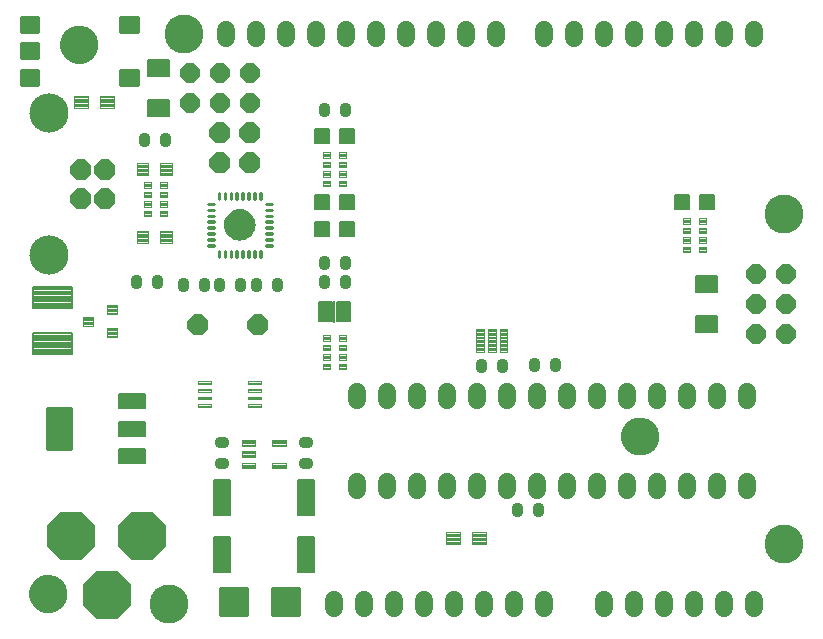
<source format=gts>
G04 EAGLE Gerber X2 export*
%TF.Part,Single*%
%TF.FileFunction,Soldermask,Top,1*%
%TF.FilePolarity,Negative*%
%TF.GenerationSoftware,Autodesk,EAGLE,9.0.1*%
%TF.CreationDate,2019-02-14T11:46:10Z*%
G75*
%MOMM*%
%FSLAX34Y34*%
%LPD*%
%AMOC8*
5,1,8,0,0,1.08239X$1,22.5*%
G01*
%ADD10C,3.301600*%
%ADD11C,1.524000*%
%ADD12P,1.787675X8X292.500000*%
%ADD13C,0.790587*%
%ADD14C,0.150159*%
%ADD15C,0.130159*%
%ADD16C,0.250159*%
%ADD17P,4.439531X8X202.500000*%
%ADD18P,4.439531X8X112.500000*%
%ADD19C,2.051600*%
%ADD20C,2.184400*%
%ADD21C,1.117600*%
%ADD22P,1.924489X8X292.500000*%
%ADD23C,3.317600*%
%ADD24C,0.132078*%
%ADD25C,0.230159*%
%ADD26C,0.200159*%
%ADD27C,0.112597*%
%ADD28C,0.264638*%
%ADD29P,1.787675X8X202.500000*%
%ADD30C,0.110000*%
%ADD31C,0.127000*%
%ADD32R,0.152400X1.828800*%
%ADD33C,0.110159*%
%ADD34P,1.924489X8X112.500000*%
%ADD35C,0.119272*%
%ADD36C,0.225238*%
%ADD37C,0.115500*%
%ADD38C,0.108900*%

G36*
X201651Y333571D02*
X201651Y333571D01*
X201694Y333583D01*
X201760Y333590D01*
X203898Y334163D01*
X203938Y334182D01*
X204002Y334201D01*
X206008Y335137D01*
X206045Y335162D01*
X206104Y335192D01*
X207917Y336462D01*
X207949Y336493D01*
X208002Y336533D01*
X209567Y338098D01*
X209593Y338135D01*
X209638Y338183D01*
X210908Y339996D01*
X210921Y340025D01*
X210939Y340046D01*
X210945Y340064D01*
X210963Y340092D01*
X211899Y342098D01*
X211910Y342141D01*
X211937Y342202D01*
X212510Y344341D01*
X212513Y344385D01*
X212529Y344449D01*
X212722Y346655D01*
X212718Y346699D01*
X212722Y346765D01*
X212529Y348971D01*
X212517Y349014D01*
X212510Y349080D01*
X211937Y351218D01*
X211918Y351258D01*
X211899Y351322D01*
X210963Y353328D01*
X210943Y353356D01*
X210935Y353376D01*
X210928Y353384D01*
X210908Y353424D01*
X209638Y355237D01*
X209607Y355269D01*
X209567Y355322D01*
X208002Y356887D01*
X207965Y356913D01*
X207917Y356958D01*
X206104Y358228D01*
X206063Y358247D01*
X206008Y358283D01*
X204002Y359219D01*
X203959Y359230D01*
X203898Y359257D01*
X201760Y359830D01*
X201715Y359833D01*
X201651Y359849D01*
X199445Y360042D01*
X199401Y360038D01*
X199335Y360042D01*
X197129Y359849D01*
X197086Y359837D01*
X197021Y359830D01*
X194882Y359257D01*
X194842Y359238D01*
X194778Y359219D01*
X192772Y358283D01*
X192735Y358258D01*
X192676Y358228D01*
X190863Y356958D01*
X190831Y356927D01*
X190778Y356887D01*
X189213Y355322D01*
X189187Y355285D01*
X189142Y355237D01*
X187872Y353424D01*
X187853Y353383D01*
X187834Y353354D01*
X187826Y353344D01*
X187824Y353339D01*
X187817Y353328D01*
X186881Y351322D01*
X186870Y351279D01*
X186843Y351218D01*
X186270Y349080D01*
X186267Y349035D01*
X186251Y348971D01*
X186058Y346765D01*
X186062Y346721D01*
X186058Y346655D01*
X186251Y344449D01*
X186263Y344406D01*
X186270Y344341D01*
X186843Y342202D01*
X186862Y342162D01*
X186881Y342098D01*
X187817Y340092D01*
X187842Y340055D01*
X187849Y340043D01*
X187860Y340014D01*
X187866Y340008D01*
X187872Y339996D01*
X189142Y338183D01*
X189173Y338151D01*
X189213Y338098D01*
X190778Y336533D01*
X190815Y336507D01*
X190863Y336462D01*
X192676Y335192D01*
X192717Y335173D01*
X192772Y335137D01*
X194778Y334201D01*
X194821Y334190D01*
X194882Y334163D01*
X197021Y333590D01*
X197065Y333587D01*
X197129Y333571D01*
X199335Y333378D01*
X199379Y333382D01*
X199445Y333378D01*
X201651Y333571D01*
G37*
D10*
X660400Y355600D03*
X660400Y76200D03*
X152400Y508000D03*
X139700Y25400D03*
D11*
X628650Y198374D02*
X628650Y205486D01*
X603250Y205486D02*
X603250Y198374D01*
X577850Y198374D02*
X577850Y205486D01*
X552450Y205486D02*
X552450Y198374D01*
X527050Y198374D02*
X527050Y205486D01*
X501650Y205486D02*
X501650Y198374D01*
X476250Y198374D02*
X476250Y205486D01*
X450850Y205486D02*
X450850Y198374D01*
X425450Y198374D02*
X425450Y205486D01*
X400050Y205486D02*
X400050Y198374D01*
X374650Y198374D02*
X374650Y205486D01*
X349250Y205486D02*
X349250Y198374D01*
X323850Y198374D02*
X323850Y205486D01*
X298450Y205486D02*
X298450Y198374D01*
X298450Y129286D02*
X298450Y122174D01*
X323850Y122174D02*
X323850Y129286D01*
X349250Y129286D02*
X349250Y122174D01*
X374650Y122174D02*
X374650Y129286D01*
X400050Y129286D02*
X400050Y122174D01*
X425450Y122174D02*
X425450Y129286D01*
X450850Y129286D02*
X450850Y122174D01*
X476250Y122174D02*
X476250Y129286D01*
X501650Y129286D02*
X501650Y122174D01*
X527050Y122174D02*
X527050Y129286D01*
X552450Y129286D02*
X552450Y122174D01*
X577850Y122174D02*
X577850Y129286D01*
X603250Y129286D02*
X603250Y122174D01*
X628650Y122174D02*
X628650Y129286D01*
D12*
X636270Y304800D03*
X661670Y304800D03*
X636270Y279400D03*
X661670Y279400D03*
X636270Y254000D03*
X661670Y254000D03*
D11*
X635000Y504444D02*
X635000Y511556D01*
X609600Y511556D02*
X609600Y504444D01*
X584200Y504444D02*
X584200Y511556D01*
X558800Y511556D02*
X558800Y504444D01*
X533400Y504444D02*
X533400Y511556D01*
X508000Y511556D02*
X508000Y504444D01*
X482600Y504444D02*
X482600Y511556D01*
X457200Y511556D02*
X457200Y504444D01*
X416560Y504444D02*
X416560Y511556D01*
X391160Y511556D02*
X391160Y504444D01*
X365760Y504444D02*
X365760Y511556D01*
X340360Y511556D02*
X340360Y504444D01*
X314960Y504444D02*
X314960Y511556D01*
X289560Y511556D02*
X289560Y504444D01*
X264160Y504444D02*
X264160Y511556D01*
X238760Y511556D02*
X238760Y504444D01*
X213360Y504444D02*
X213360Y511556D01*
X187960Y511556D02*
X187960Y504444D01*
X508000Y28956D02*
X508000Y21844D01*
X533400Y21844D02*
X533400Y28956D01*
X558800Y28956D02*
X558800Y21844D01*
X584200Y21844D02*
X584200Y28956D01*
X609600Y28956D02*
X609600Y21844D01*
X635000Y21844D02*
X635000Y28956D01*
D13*
X128552Y296454D02*
X128552Y300446D01*
X130528Y300446D01*
X130528Y296454D01*
X128552Y296454D01*
X110772Y296454D02*
X110772Y300446D01*
X112748Y300446D01*
X112748Y296454D01*
X110772Y296454D01*
D14*
X262027Y82197D02*
X262027Y52683D01*
X248513Y52683D01*
X248513Y82197D01*
X262027Y82197D01*
X262027Y54184D02*
X248513Y54184D01*
X248513Y55685D02*
X262027Y55685D01*
X262027Y57186D02*
X248513Y57186D01*
X248513Y58687D02*
X262027Y58687D01*
X262027Y60188D02*
X248513Y60188D01*
X248513Y61689D02*
X262027Y61689D01*
X262027Y63190D02*
X248513Y63190D01*
X248513Y64691D02*
X262027Y64691D01*
X262027Y66192D02*
X248513Y66192D01*
X248513Y67693D02*
X262027Y67693D01*
X262027Y69194D02*
X248513Y69194D01*
X248513Y70695D02*
X262027Y70695D01*
X262027Y72196D02*
X248513Y72196D01*
X248513Y73697D02*
X262027Y73697D01*
X262027Y75198D02*
X248513Y75198D01*
X248513Y76699D02*
X262027Y76699D01*
X262027Y78200D02*
X248513Y78200D01*
X248513Y79701D02*
X262027Y79701D01*
X262027Y81202D02*
X248513Y81202D01*
X262027Y100683D02*
X262027Y130197D01*
X262027Y100683D02*
X248513Y100683D01*
X248513Y130197D01*
X262027Y130197D01*
X262027Y102184D02*
X248513Y102184D01*
X248513Y103685D02*
X262027Y103685D01*
X262027Y105186D02*
X248513Y105186D01*
X248513Y106687D02*
X262027Y106687D01*
X262027Y108188D02*
X248513Y108188D01*
X248513Y109689D02*
X262027Y109689D01*
X262027Y111190D02*
X248513Y111190D01*
X248513Y112691D02*
X262027Y112691D01*
X262027Y114192D02*
X248513Y114192D01*
X248513Y115693D02*
X262027Y115693D01*
X262027Y117194D02*
X248513Y117194D01*
X248513Y118695D02*
X262027Y118695D01*
X262027Y120196D02*
X248513Y120196D01*
X248513Y121697D02*
X262027Y121697D01*
X262027Y123198D02*
X248513Y123198D01*
X248513Y124699D02*
X262027Y124699D01*
X262027Y126200D02*
X248513Y126200D01*
X248513Y127701D02*
X262027Y127701D01*
X262027Y129202D02*
X248513Y129202D01*
X190907Y82197D02*
X190907Y52683D01*
X177393Y52683D01*
X177393Y82197D01*
X190907Y82197D01*
X190907Y54184D02*
X177393Y54184D01*
X177393Y55685D02*
X190907Y55685D01*
X190907Y57186D02*
X177393Y57186D01*
X177393Y58687D02*
X190907Y58687D01*
X190907Y60188D02*
X177393Y60188D01*
X177393Y61689D02*
X190907Y61689D01*
X190907Y63190D02*
X177393Y63190D01*
X177393Y64691D02*
X190907Y64691D01*
X190907Y66192D02*
X177393Y66192D01*
X177393Y67693D02*
X190907Y67693D01*
X190907Y69194D02*
X177393Y69194D01*
X177393Y70695D02*
X190907Y70695D01*
X190907Y72196D02*
X177393Y72196D01*
X177393Y73697D02*
X190907Y73697D01*
X190907Y75198D02*
X177393Y75198D01*
X177393Y76699D02*
X190907Y76699D01*
X190907Y78200D02*
X177393Y78200D01*
X177393Y79701D02*
X190907Y79701D01*
X190907Y81202D02*
X177393Y81202D01*
X190907Y100683D02*
X190907Y130197D01*
X190907Y100683D02*
X177393Y100683D01*
X177393Y130197D01*
X190907Y130197D01*
X190907Y102184D02*
X177393Y102184D01*
X177393Y103685D02*
X190907Y103685D01*
X190907Y105186D02*
X177393Y105186D01*
X177393Y106687D02*
X190907Y106687D01*
X190907Y108188D02*
X177393Y108188D01*
X177393Y109689D02*
X190907Y109689D01*
X190907Y111190D02*
X177393Y111190D01*
X177393Y112691D02*
X190907Y112691D01*
X190907Y114192D02*
X177393Y114192D01*
X177393Y115693D02*
X190907Y115693D01*
X190907Y117194D02*
X177393Y117194D01*
X177393Y118695D02*
X190907Y118695D01*
X190907Y120196D02*
X177393Y120196D01*
X177393Y121697D02*
X190907Y121697D01*
X190907Y123198D02*
X177393Y123198D01*
X177393Y124699D02*
X190907Y124699D01*
X190907Y126200D02*
X177393Y126200D01*
X177393Y127701D02*
X190907Y127701D01*
X190907Y129202D02*
X177393Y129202D01*
D15*
X588843Y359903D02*
X588843Y371617D01*
X600557Y371617D01*
X600557Y359903D01*
X588843Y359903D01*
X588843Y361204D02*
X600557Y361204D01*
X600557Y362505D02*
X588843Y362505D01*
X588843Y363806D02*
X600557Y363806D01*
X600557Y365107D02*
X588843Y365107D01*
X588843Y366408D02*
X600557Y366408D01*
X600557Y367709D02*
X588843Y367709D01*
X588843Y369010D02*
X600557Y369010D01*
X600557Y370311D02*
X588843Y370311D01*
X588843Y371612D02*
X600557Y371612D01*
X567843Y371617D02*
X567843Y359903D01*
X567843Y371617D02*
X579557Y371617D01*
X579557Y359903D01*
X567843Y359903D01*
X567843Y361204D02*
X579557Y361204D01*
X579557Y362505D02*
X567843Y362505D01*
X567843Y363806D02*
X579557Y363806D01*
X579557Y365107D02*
X567843Y365107D01*
X567843Y366408D02*
X579557Y366408D01*
X579557Y367709D02*
X567843Y367709D01*
X567843Y369010D02*
X579557Y369010D01*
X579557Y370311D02*
X567843Y370311D01*
X567843Y371612D02*
X579557Y371612D01*
X274757Y348757D02*
X274757Y337043D01*
X263043Y337043D01*
X263043Y348757D01*
X274757Y348757D01*
X274757Y338344D02*
X263043Y338344D01*
X263043Y339645D02*
X274757Y339645D01*
X274757Y340946D02*
X263043Y340946D01*
X263043Y342247D02*
X274757Y342247D01*
X274757Y343548D02*
X263043Y343548D01*
X263043Y344849D02*
X274757Y344849D01*
X274757Y346150D02*
X263043Y346150D01*
X263043Y347451D02*
X274757Y347451D01*
X274757Y348752D02*
X263043Y348752D01*
X295757Y348757D02*
X295757Y337043D01*
X284043Y337043D01*
X284043Y348757D01*
X295757Y348757D01*
X295757Y338344D02*
X284043Y338344D01*
X284043Y339645D02*
X295757Y339645D01*
X295757Y340946D02*
X284043Y340946D01*
X284043Y342247D02*
X295757Y342247D01*
X295757Y343548D02*
X284043Y343548D01*
X284043Y344849D02*
X295757Y344849D01*
X295757Y346150D02*
X284043Y346150D01*
X284043Y347451D02*
X295757Y347451D01*
X295757Y348752D02*
X284043Y348752D01*
X274757Y359903D02*
X274757Y371617D01*
X274757Y359903D02*
X263043Y359903D01*
X263043Y371617D01*
X274757Y371617D01*
X274757Y361204D02*
X263043Y361204D01*
X263043Y362505D02*
X274757Y362505D01*
X274757Y363806D02*
X263043Y363806D01*
X263043Y365107D02*
X274757Y365107D01*
X274757Y366408D02*
X263043Y366408D01*
X263043Y367709D02*
X274757Y367709D01*
X274757Y369010D02*
X263043Y369010D01*
X263043Y370311D02*
X274757Y370311D01*
X274757Y371612D02*
X263043Y371612D01*
X295757Y371617D02*
X295757Y359903D01*
X284043Y359903D01*
X284043Y371617D01*
X295757Y371617D01*
X295757Y361204D02*
X284043Y361204D01*
X284043Y362505D02*
X295757Y362505D01*
X295757Y363806D02*
X284043Y363806D01*
X284043Y365107D02*
X295757Y365107D01*
X295757Y366408D02*
X284043Y366408D01*
X284043Y367709D02*
X295757Y367709D01*
X295757Y369010D02*
X284043Y369010D01*
X284043Y370311D02*
X295757Y370311D01*
X295757Y371612D02*
X284043Y371612D01*
D16*
X249157Y39197D02*
X226643Y39197D01*
X249157Y39197D02*
X249157Y16683D01*
X226643Y16683D01*
X226643Y39197D01*
X226643Y19184D02*
X249157Y19184D01*
X249157Y21685D02*
X226643Y21685D01*
X226643Y24186D02*
X249157Y24186D01*
X249157Y26687D02*
X226643Y26687D01*
X226643Y29188D02*
X249157Y29188D01*
X249157Y31689D02*
X226643Y31689D01*
X226643Y34190D02*
X249157Y34190D01*
X249157Y36691D02*
X226643Y36691D01*
X226643Y39192D02*
X249157Y39192D01*
X205157Y39197D02*
X182643Y39197D01*
X205157Y39197D02*
X205157Y16683D01*
X182643Y16683D01*
X182643Y39197D01*
X182643Y19184D02*
X205157Y19184D01*
X205157Y21685D02*
X182643Y21685D01*
X182643Y24186D02*
X205157Y24186D01*
X205157Y26687D02*
X182643Y26687D01*
X182643Y29188D02*
X205157Y29188D01*
X205157Y31689D02*
X182643Y31689D01*
X182643Y34190D02*
X205157Y34190D01*
X205157Y36691D02*
X182643Y36691D01*
X182643Y39192D02*
X205157Y39192D01*
D17*
X86868Y33020D03*
D18*
X116840Y83058D03*
X56896Y83058D03*
D19*
X94488Y33020D03*
X79248Y33020D03*
X56896Y75438D03*
X56896Y90678D03*
X116840Y75438D03*
X116840Y90678D03*
D20*
X58500Y499110D02*
X58502Y499251D01*
X58508Y499392D01*
X58518Y499532D01*
X58532Y499672D01*
X58550Y499812D01*
X58571Y499951D01*
X58597Y500090D01*
X58626Y500228D01*
X58660Y500364D01*
X58697Y500500D01*
X58738Y500635D01*
X58783Y500769D01*
X58832Y500901D01*
X58884Y501032D01*
X58940Y501161D01*
X59000Y501288D01*
X59063Y501414D01*
X59129Y501538D01*
X59200Y501661D01*
X59273Y501781D01*
X59350Y501899D01*
X59430Y502015D01*
X59514Y502128D01*
X59600Y502239D01*
X59690Y502348D01*
X59783Y502454D01*
X59878Y502557D01*
X59977Y502658D01*
X60078Y502756D01*
X60182Y502851D01*
X60289Y502943D01*
X60398Y503032D01*
X60510Y503117D01*
X60624Y503200D01*
X60740Y503280D01*
X60859Y503356D01*
X60980Y503428D01*
X61102Y503498D01*
X61227Y503563D01*
X61353Y503626D01*
X61481Y503684D01*
X61611Y503739D01*
X61742Y503791D01*
X61875Y503838D01*
X62009Y503882D01*
X62144Y503923D01*
X62280Y503959D01*
X62417Y503991D01*
X62555Y504020D01*
X62693Y504045D01*
X62833Y504065D01*
X62973Y504082D01*
X63113Y504095D01*
X63254Y504104D01*
X63394Y504109D01*
X63535Y504110D01*
X63676Y504107D01*
X63817Y504100D01*
X63957Y504089D01*
X64097Y504074D01*
X64237Y504055D01*
X64376Y504033D01*
X64514Y504006D01*
X64652Y503976D01*
X64788Y503941D01*
X64924Y503903D01*
X65058Y503861D01*
X65192Y503815D01*
X65324Y503766D01*
X65454Y503712D01*
X65583Y503655D01*
X65710Y503595D01*
X65836Y503531D01*
X65959Y503463D01*
X66081Y503392D01*
X66201Y503318D01*
X66318Y503240D01*
X66433Y503159D01*
X66546Y503075D01*
X66657Y502988D01*
X66765Y502897D01*
X66870Y502804D01*
X66973Y502707D01*
X67073Y502608D01*
X67170Y502506D01*
X67264Y502401D01*
X67355Y502294D01*
X67443Y502184D01*
X67528Y502072D01*
X67610Y501957D01*
X67689Y501840D01*
X67764Y501721D01*
X67836Y501600D01*
X67904Y501477D01*
X67969Y501352D01*
X68031Y501225D01*
X68088Y501096D01*
X68143Y500966D01*
X68193Y500835D01*
X68240Y500702D01*
X68283Y500568D01*
X68322Y500432D01*
X68357Y500296D01*
X68389Y500159D01*
X68416Y500021D01*
X68440Y499882D01*
X68460Y499742D01*
X68476Y499602D01*
X68488Y499462D01*
X68496Y499321D01*
X68500Y499180D01*
X68500Y499040D01*
X68496Y498899D01*
X68488Y498758D01*
X68476Y498618D01*
X68460Y498478D01*
X68440Y498338D01*
X68416Y498199D01*
X68389Y498061D01*
X68357Y497924D01*
X68322Y497788D01*
X68283Y497652D01*
X68240Y497518D01*
X68193Y497385D01*
X68143Y497254D01*
X68088Y497124D01*
X68031Y496995D01*
X67969Y496868D01*
X67904Y496743D01*
X67836Y496620D01*
X67764Y496499D01*
X67689Y496380D01*
X67610Y496263D01*
X67528Y496148D01*
X67443Y496036D01*
X67355Y495926D01*
X67264Y495819D01*
X67170Y495714D01*
X67073Y495612D01*
X66973Y495513D01*
X66870Y495416D01*
X66765Y495323D01*
X66657Y495232D01*
X66546Y495145D01*
X66433Y495061D01*
X66318Y494980D01*
X66201Y494902D01*
X66081Y494828D01*
X65959Y494757D01*
X65836Y494689D01*
X65710Y494625D01*
X65583Y494565D01*
X65454Y494508D01*
X65324Y494454D01*
X65192Y494405D01*
X65058Y494359D01*
X64924Y494317D01*
X64788Y494279D01*
X64652Y494244D01*
X64514Y494214D01*
X64376Y494187D01*
X64237Y494165D01*
X64097Y494146D01*
X63957Y494131D01*
X63817Y494120D01*
X63676Y494113D01*
X63535Y494110D01*
X63394Y494111D01*
X63254Y494116D01*
X63113Y494125D01*
X62973Y494138D01*
X62833Y494155D01*
X62693Y494175D01*
X62555Y494200D01*
X62417Y494229D01*
X62280Y494261D01*
X62144Y494297D01*
X62009Y494338D01*
X61875Y494382D01*
X61742Y494429D01*
X61611Y494481D01*
X61481Y494536D01*
X61353Y494594D01*
X61227Y494657D01*
X61102Y494722D01*
X60980Y494792D01*
X60859Y494864D01*
X60740Y494940D01*
X60624Y495020D01*
X60510Y495103D01*
X60398Y495188D01*
X60289Y495277D01*
X60182Y495369D01*
X60078Y495464D01*
X59977Y495562D01*
X59878Y495663D01*
X59783Y495766D01*
X59690Y495872D01*
X59600Y495981D01*
X59514Y496092D01*
X59430Y496205D01*
X59350Y496321D01*
X59273Y496439D01*
X59200Y496559D01*
X59129Y496682D01*
X59063Y496806D01*
X59000Y496932D01*
X58940Y497059D01*
X58884Y497188D01*
X58832Y497319D01*
X58783Y497451D01*
X58738Y497585D01*
X58697Y497720D01*
X58660Y497856D01*
X58626Y497992D01*
X58597Y498130D01*
X58571Y498269D01*
X58550Y498408D01*
X58532Y498548D01*
X58518Y498688D01*
X58508Y498828D01*
X58502Y498969D01*
X58500Y499110D01*
D21*
X63500Y499110D03*
D20*
X533400Y167410D02*
X533402Y167551D01*
X533408Y167692D01*
X533418Y167832D01*
X533432Y167972D01*
X533450Y168112D01*
X533471Y168251D01*
X533497Y168390D01*
X533526Y168528D01*
X533560Y168664D01*
X533597Y168800D01*
X533638Y168935D01*
X533683Y169069D01*
X533732Y169201D01*
X533784Y169332D01*
X533840Y169461D01*
X533900Y169588D01*
X533963Y169714D01*
X534029Y169838D01*
X534100Y169961D01*
X534173Y170081D01*
X534250Y170199D01*
X534330Y170315D01*
X534414Y170428D01*
X534500Y170539D01*
X534590Y170648D01*
X534683Y170754D01*
X534778Y170857D01*
X534877Y170958D01*
X534978Y171056D01*
X535082Y171151D01*
X535189Y171243D01*
X535298Y171332D01*
X535410Y171417D01*
X535524Y171500D01*
X535640Y171580D01*
X535759Y171656D01*
X535880Y171728D01*
X536002Y171798D01*
X536127Y171863D01*
X536253Y171926D01*
X536381Y171984D01*
X536511Y172039D01*
X536642Y172091D01*
X536775Y172138D01*
X536909Y172182D01*
X537044Y172223D01*
X537180Y172259D01*
X537317Y172291D01*
X537455Y172320D01*
X537593Y172345D01*
X537733Y172365D01*
X537873Y172382D01*
X538013Y172395D01*
X538154Y172404D01*
X538294Y172409D01*
X538435Y172410D01*
X538576Y172407D01*
X538717Y172400D01*
X538857Y172389D01*
X538997Y172374D01*
X539137Y172355D01*
X539276Y172333D01*
X539414Y172306D01*
X539552Y172276D01*
X539688Y172241D01*
X539824Y172203D01*
X539958Y172161D01*
X540092Y172115D01*
X540224Y172066D01*
X540354Y172012D01*
X540483Y171955D01*
X540610Y171895D01*
X540736Y171831D01*
X540859Y171763D01*
X540981Y171692D01*
X541101Y171618D01*
X541218Y171540D01*
X541333Y171459D01*
X541446Y171375D01*
X541557Y171288D01*
X541665Y171197D01*
X541770Y171104D01*
X541873Y171007D01*
X541973Y170908D01*
X542070Y170806D01*
X542164Y170701D01*
X542255Y170594D01*
X542343Y170484D01*
X542428Y170372D01*
X542510Y170257D01*
X542589Y170140D01*
X542664Y170021D01*
X542736Y169900D01*
X542804Y169777D01*
X542869Y169652D01*
X542931Y169525D01*
X542988Y169396D01*
X543043Y169266D01*
X543093Y169135D01*
X543140Y169002D01*
X543183Y168868D01*
X543222Y168732D01*
X543257Y168596D01*
X543289Y168459D01*
X543316Y168321D01*
X543340Y168182D01*
X543360Y168042D01*
X543376Y167902D01*
X543388Y167762D01*
X543396Y167621D01*
X543400Y167480D01*
X543400Y167340D01*
X543396Y167199D01*
X543388Y167058D01*
X543376Y166918D01*
X543360Y166778D01*
X543340Y166638D01*
X543316Y166499D01*
X543289Y166361D01*
X543257Y166224D01*
X543222Y166088D01*
X543183Y165952D01*
X543140Y165818D01*
X543093Y165685D01*
X543043Y165554D01*
X542988Y165424D01*
X542931Y165295D01*
X542869Y165168D01*
X542804Y165043D01*
X542736Y164920D01*
X542664Y164799D01*
X542589Y164680D01*
X542510Y164563D01*
X542428Y164448D01*
X542343Y164336D01*
X542255Y164226D01*
X542164Y164119D01*
X542070Y164014D01*
X541973Y163912D01*
X541873Y163813D01*
X541770Y163716D01*
X541665Y163623D01*
X541557Y163532D01*
X541446Y163445D01*
X541333Y163361D01*
X541218Y163280D01*
X541101Y163202D01*
X540981Y163128D01*
X540859Y163057D01*
X540736Y162989D01*
X540610Y162925D01*
X540483Y162865D01*
X540354Y162808D01*
X540224Y162754D01*
X540092Y162705D01*
X539958Y162659D01*
X539824Y162617D01*
X539688Y162579D01*
X539552Y162544D01*
X539414Y162514D01*
X539276Y162487D01*
X539137Y162465D01*
X538997Y162446D01*
X538857Y162431D01*
X538717Y162420D01*
X538576Y162413D01*
X538435Y162410D01*
X538294Y162411D01*
X538154Y162416D01*
X538013Y162425D01*
X537873Y162438D01*
X537733Y162455D01*
X537593Y162475D01*
X537455Y162500D01*
X537317Y162529D01*
X537180Y162561D01*
X537044Y162597D01*
X536909Y162638D01*
X536775Y162682D01*
X536642Y162729D01*
X536511Y162781D01*
X536381Y162836D01*
X536253Y162894D01*
X536127Y162957D01*
X536002Y163022D01*
X535880Y163092D01*
X535759Y163164D01*
X535640Y163240D01*
X535524Y163320D01*
X535410Y163403D01*
X535298Y163488D01*
X535189Y163577D01*
X535082Y163669D01*
X534978Y163764D01*
X534877Y163862D01*
X534778Y163963D01*
X534683Y164066D01*
X534590Y164172D01*
X534500Y164281D01*
X534414Y164392D01*
X534330Y164505D01*
X534250Y164621D01*
X534173Y164739D01*
X534100Y164859D01*
X534029Y164982D01*
X533963Y165106D01*
X533900Y165232D01*
X533840Y165359D01*
X533784Y165488D01*
X533732Y165619D01*
X533683Y165751D01*
X533638Y165885D01*
X533597Y166020D01*
X533560Y166156D01*
X533526Y166292D01*
X533497Y166430D01*
X533471Y166569D01*
X533450Y166708D01*
X533432Y166848D01*
X533418Y166988D01*
X533408Y167128D01*
X533402Y167269D01*
X533400Y167410D01*
D21*
X538400Y167410D03*
D20*
X32300Y34100D02*
X32302Y34241D01*
X32308Y34382D01*
X32318Y34522D01*
X32332Y34662D01*
X32350Y34802D01*
X32371Y34941D01*
X32397Y35080D01*
X32426Y35218D01*
X32460Y35354D01*
X32497Y35490D01*
X32538Y35625D01*
X32583Y35759D01*
X32632Y35891D01*
X32684Y36022D01*
X32740Y36151D01*
X32800Y36278D01*
X32863Y36404D01*
X32929Y36528D01*
X33000Y36651D01*
X33073Y36771D01*
X33150Y36889D01*
X33230Y37005D01*
X33314Y37118D01*
X33400Y37229D01*
X33490Y37338D01*
X33583Y37444D01*
X33678Y37547D01*
X33777Y37648D01*
X33878Y37746D01*
X33982Y37841D01*
X34089Y37933D01*
X34198Y38022D01*
X34310Y38107D01*
X34424Y38190D01*
X34540Y38270D01*
X34659Y38346D01*
X34780Y38418D01*
X34902Y38488D01*
X35027Y38553D01*
X35153Y38616D01*
X35281Y38674D01*
X35411Y38729D01*
X35542Y38781D01*
X35675Y38828D01*
X35809Y38872D01*
X35944Y38913D01*
X36080Y38949D01*
X36217Y38981D01*
X36355Y39010D01*
X36493Y39035D01*
X36633Y39055D01*
X36773Y39072D01*
X36913Y39085D01*
X37054Y39094D01*
X37194Y39099D01*
X37335Y39100D01*
X37476Y39097D01*
X37617Y39090D01*
X37757Y39079D01*
X37897Y39064D01*
X38037Y39045D01*
X38176Y39023D01*
X38314Y38996D01*
X38452Y38966D01*
X38588Y38931D01*
X38724Y38893D01*
X38858Y38851D01*
X38992Y38805D01*
X39124Y38756D01*
X39254Y38702D01*
X39383Y38645D01*
X39510Y38585D01*
X39636Y38521D01*
X39759Y38453D01*
X39881Y38382D01*
X40001Y38308D01*
X40118Y38230D01*
X40233Y38149D01*
X40346Y38065D01*
X40457Y37978D01*
X40565Y37887D01*
X40670Y37794D01*
X40773Y37697D01*
X40873Y37598D01*
X40970Y37496D01*
X41064Y37391D01*
X41155Y37284D01*
X41243Y37174D01*
X41328Y37062D01*
X41410Y36947D01*
X41489Y36830D01*
X41564Y36711D01*
X41636Y36590D01*
X41704Y36467D01*
X41769Y36342D01*
X41831Y36215D01*
X41888Y36086D01*
X41943Y35956D01*
X41993Y35825D01*
X42040Y35692D01*
X42083Y35558D01*
X42122Y35422D01*
X42157Y35286D01*
X42189Y35149D01*
X42216Y35011D01*
X42240Y34872D01*
X42260Y34732D01*
X42276Y34592D01*
X42288Y34452D01*
X42296Y34311D01*
X42300Y34170D01*
X42300Y34030D01*
X42296Y33889D01*
X42288Y33748D01*
X42276Y33608D01*
X42260Y33468D01*
X42240Y33328D01*
X42216Y33189D01*
X42189Y33051D01*
X42157Y32914D01*
X42122Y32778D01*
X42083Y32642D01*
X42040Y32508D01*
X41993Y32375D01*
X41943Y32244D01*
X41888Y32114D01*
X41831Y31985D01*
X41769Y31858D01*
X41704Y31733D01*
X41636Y31610D01*
X41564Y31489D01*
X41489Y31370D01*
X41410Y31253D01*
X41328Y31138D01*
X41243Y31026D01*
X41155Y30916D01*
X41064Y30809D01*
X40970Y30704D01*
X40873Y30602D01*
X40773Y30503D01*
X40670Y30406D01*
X40565Y30313D01*
X40457Y30222D01*
X40346Y30135D01*
X40233Y30051D01*
X40118Y29970D01*
X40001Y29892D01*
X39881Y29818D01*
X39759Y29747D01*
X39636Y29679D01*
X39510Y29615D01*
X39383Y29555D01*
X39254Y29498D01*
X39124Y29444D01*
X38992Y29395D01*
X38858Y29349D01*
X38724Y29307D01*
X38588Y29269D01*
X38452Y29234D01*
X38314Y29204D01*
X38176Y29177D01*
X38037Y29155D01*
X37897Y29136D01*
X37757Y29121D01*
X37617Y29110D01*
X37476Y29103D01*
X37335Y29100D01*
X37194Y29101D01*
X37054Y29106D01*
X36913Y29115D01*
X36773Y29128D01*
X36633Y29145D01*
X36493Y29165D01*
X36355Y29190D01*
X36217Y29219D01*
X36080Y29251D01*
X35944Y29287D01*
X35809Y29328D01*
X35675Y29372D01*
X35542Y29419D01*
X35411Y29471D01*
X35281Y29526D01*
X35153Y29584D01*
X35027Y29647D01*
X34902Y29712D01*
X34780Y29782D01*
X34659Y29854D01*
X34540Y29930D01*
X34424Y30010D01*
X34310Y30093D01*
X34198Y30178D01*
X34089Y30267D01*
X33982Y30359D01*
X33878Y30454D01*
X33777Y30552D01*
X33678Y30653D01*
X33583Y30756D01*
X33490Y30862D01*
X33400Y30971D01*
X33314Y31082D01*
X33230Y31195D01*
X33150Y31311D01*
X33073Y31429D01*
X33000Y31549D01*
X32929Y31672D01*
X32863Y31796D01*
X32800Y31922D01*
X32740Y32049D01*
X32684Y32178D01*
X32632Y32309D01*
X32583Y32441D01*
X32538Y32575D01*
X32497Y32710D01*
X32460Y32846D01*
X32426Y32982D01*
X32397Y33120D01*
X32371Y33259D01*
X32350Y33398D01*
X32332Y33538D01*
X32318Y33678D01*
X32308Y33818D01*
X32302Y33959D01*
X32300Y34100D01*
D21*
X37300Y34100D03*
D22*
X85200Y368500D03*
X85200Y393500D03*
X65200Y393500D03*
X65200Y368500D03*
D23*
X38100Y441000D03*
X38100Y321000D03*
D24*
X119482Y156820D02*
X119482Y144932D01*
X97434Y144932D01*
X97434Y156820D01*
X119482Y156820D01*
X119482Y146252D02*
X97434Y146252D01*
X97434Y147572D02*
X119482Y147572D01*
X119482Y148892D02*
X97434Y148892D01*
X97434Y150212D02*
X119482Y150212D01*
X119482Y151532D02*
X97434Y151532D01*
X97434Y152852D02*
X119482Y152852D01*
X119482Y154172D02*
X97434Y154172D01*
X97434Y155492D02*
X119482Y155492D01*
X119482Y156812D02*
X97434Y156812D01*
X119482Y168046D02*
X119482Y179934D01*
X119482Y168046D02*
X97434Y168046D01*
X97434Y179934D01*
X119482Y179934D01*
X119482Y169366D02*
X97434Y169366D01*
X97434Y170686D02*
X119482Y170686D01*
X119482Y172006D02*
X97434Y172006D01*
X97434Y173326D02*
X119482Y173326D01*
X119482Y174646D02*
X97434Y174646D01*
X97434Y175966D02*
X119482Y175966D01*
X119482Y177286D02*
X97434Y177286D01*
X97434Y178606D02*
X119482Y178606D01*
X119482Y179926D02*
X97434Y179926D01*
X119482Y191160D02*
X119482Y203048D01*
X119482Y191160D02*
X97434Y191160D01*
X97434Y203048D01*
X119482Y203048D01*
X119482Y192480D02*
X97434Y192480D01*
X97434Y193800D02*
X119482Y193800D01*
X119482Y195120D02*
X97434Y195120D01*
X97434Y196440D02*
X119482Y196440D01*
X119482Y197760D02*
X97434Y197760D01*
X97434Y199080D02*
X119482Y199080D01*
X119482Y200400D02*
X97434Y200400D01*
X97434Y201720D02*
X119482Y201720D01*
X119482Y203040D02*
X97434Y203040D01*
D25*
X56837Y191347D02*
X56837Y156633D01*
X36123Y156633D01*
X36123Y191347D01*
X56837Y191347D01*
X56837Y158934D02*
X36123Y158934D01*
X36123Y161235D02*
X56837Y161235D01*
X56837Y163536D02*
X36123Y163536D01*
X36123Y165837D02*
X56837Y165837D01*
X56837Y168138D02*
X36123Y168138D01*
X36123Y170439D02*
X56837Y170439D01*
X56837Y172740D02*
X36123Y172740D01*
X36123Y175041D02*
X56837Y175041D01*
X56837Y177342D02*
X36123Y177342D01*
X36123Y179643D02*
X56837Y179643D01*
X56837Y181944D02*
X36123Y181944D01*
X36123Y184245D02*
X56837Y184245D01*
X56837Y186546D02*
X36123Y186546D01*
X36123Y188847D02*
X56837Y188847D01*
X56837Y191148D02*
X36123Y191148D01*
D13*
X287302Y442504D02*
X287302Y446496D01*
X289278Y446496D01*
X289278Y442504D01*
X287302Y442504D01*
X269522Y442504D02*
X269522Y446496D01*
X271498Y446496D01*
X271498Y442504D01*
X269522Y442504D01*
D26*
X57147Y254937D02*
X57147Y236923D01*
X24133Y236923D01*
X24133Y254937D01*
X57147Y254937D01*
X57147Y238924D02*
X24133Y238924D01*
X24133Y240925D02*
X57147Y240925D01*
X57147Y242926D02*
X24133Y242926D01*
X24133Y244927D02*
X57147Y244927D01*
X57147Y246928D02*
X24133Y246928D01*
X24133Y248929D02*
X57147Y248929D01*
X57147Y250930D02*
X24133Y250930D01*
X24133Y252931D02*
X57147Y252931D01*
X57147Y254932D02*
X24133Y254932D01*
X57147Y275923D02*
X57147Y293937D01*
X57147Y275923D02*
X24133Y275923D01*
X24133Y293937D01*
X57147Y293937D01*
X57147Y277924D02*
X24133Y277924D01*
X24133Y279925D02*
X57147Y279925D01*
X57147Y281926D02*
X24133Y281926D01*
X24133Y283927D02*
X57147Y283927D01*
X57147Y285928D02*
X24133Y285928D01*
X24133Y287929D02*
X57147Y287929D01*
X57147Y289930D02*
X24133Y289930D01*
X24133Y291931D02*
X57147Y291931D01*
X57147Y293932D02*
X24133Y293932D01*
D13*
X271498Y312964D02*
X271498Y316956D01*
X271498Y312964D02*
X269522Y312964D01*
X269522Y316956D01*
X271498Y316956D01*
X289278Y316956D02*
X289278Y312964D01*
X287302Y312964D01*
X287302Y316956D01*
X289278Y316956D01*
D15*
X284043Y415783D02*
X284043Y427497D01*
X295757Y427497D01*
X295757Y415783D01*
X284043Y415783D01*
X284043Y417084D02*
X295757Y417084D01*
X295757Y418385D02*
X284043Y418385D01*
X284043Y419686D02*
X295757Y419686D01*
X295757Y420987D02*
X284043Y420987D01*
X284043Y422288D02*
X295757Y422288D01*
X295757Y423589D02*
X284043Y423589D01*
X284043Y424890D02*
X295757Y424890D01*
X295757Y426191D02*
X284043Y426191D01*
X284043Y427492D02*
X295757Y427492D01*
X263043Y427497D02*
X263043Y415783D01*
X263043Y427497D02*
X274757Y427497D01*
X274757Y415783D01*
X263043Y415783D01*
X263043Y417084D02*
X274757Y417084D01*
X274757Y418385D02*
X263043Y418385D01*
X263043Y419686D02*
X274757Y419686D01*
X274757Y420987D02*
X263043Y420987D01*
X263043Y422288D02*
X274757Y422288D01*
X274757Y423589D02*
X263043Y423589D01*
X263043Y424890D02*
X274757Y424890D01*
X274757Y426191D02*
X263043Y426191D01*
X263043Y427492D02*
X274757Y427492D01*
D27*
X87165Y259291D02*
X87165Y251757D01*
X87165Y259291D02*
X95715Y259291D01*
X95715Y251757D01*
X87165Y251757D01*
X87165Y252882D02*
X95715Y252882D01*
X95715Y254007D02*
X87165Y254007D01*
X87165Y255132D02*
X95715Y255132D01*
X95715Y256257D02*
X87165Y256257D01*
X87165Y257382D02*
X95715Y257382D01*
X95715Y258507D02*
X87165Y258507D01*
X87165Y271061D02*
X87165Y278595D01*
X95715Y278595D01*
X95715Y271061D01*
X87165Y271061D01*
X87165Y272186D02*
X95715Y272186D01*
X95715Y273311D02*
X87165Y273311D01*
X87165Y274436D02*
X95715Y274436D01*
X95715Y275561D02*
X87165Y275561D01*
X87165Y276686D02*
X95715Y276686D01*
X95715Y277811D02*
X87165Y277811D01*
X66845Y268943D02*
X66845Y261409D01*
X66845Y268943D02*
X75395Y268943D01*
X75395Y261409D01*
X66845Y261409D01*
X66845Y262534D02*
X75395Y262534D01*
X75395Y263659D02*
X66845Y263659D01*
X66845Y264784D02*
X75395Y264784D01*
X75395Y265909D02*
X66845Y265909D01*
X66845Y267034D02*
X75395Y267034D01*
X75395Y268159D02*
X66845Y268159D01*
D13*
X182154Y161572D02*
X186146Y161572D01*
X182154Y161572D02*
X182154Y163548D01*
X186146Y163548D01*
X186146Y161572D01*
X186146Y143792D02*
X182154Y143792D01*
X182154Y145768D01*
X186146Y145768D01*
X186146Y143792D01*
D28*
X182221Y324641D02*
X181559Y324641D01*
X182221Y324641D02*
X182221Y319779D01*
X181559Y319779D01*
X181559Y324641D01*
X181559Y322424D02*
X182221Y322424D01*
X186559Y324641D02*
X187221Y324641D01*
X187221Y319779D01*
X186559Y319779D01*
X186559Y324641D01*
X186559Y322424D02*
X187221Y322424D01*
X191559Y324641D02*
X192221Y324641D01*
X192221Y319779D01*
X191559Y319779D01*
X191559Y324641D01*
X191559Y322424D02*
X192221Y322424D01*
X196559Y324641D02*
X197221Y324641D01*
X197221Y319779D01*
X196559Y319779D01*
X196559Y324641D01*
X196559Y322424D02*
X197221Y322424D01*
X201559Y324641D02*
X202221Y324641D01*
X202221Y319779D01*
X201559Y319779D01*
X201559Y324641D01*
X201559Y322424D02*
X202221Y322424D01*
X206559Y324641D02*
X207221Y324641D01*
X207221Y319779D01*
X206559Y319779D01*
X206559Y324641D01*
X206559Y322424D02*
X207221Y322424D01*
X211559Y324641D02*
X212221Y324641D01*
X212221Y319779D01*
X211559Y319779D01*
X211559Y324641D01*
X211559Y322424D02*
X212221Y322424D01*
X216559Y324641D02*
X217221Y324641D01*
X217221Y319779D01*
X216559Y319779D01*
X216559Y324641D01*
X216559Y322424D02*
X217221Y322424D01*
X221459Y328879D02*
X221459Y329541D01*
X226321Y329541D01*
X226321Y328879D01*
X221459Y328879D01*
X221459Y333879D02*
X221459Y334541D01*
X226321Y334541D01*
X226321Y333879D01*
X221459Y333879D01*
X221459Y338879D02*
X221459Y339541D01*
X226321Y339541D01*
X226321Y338879D01*
X221459Y338879D01*
X221459Y343879D02*
X221459Y344541D01*
X226321Y344541D01*
X226321Y343879D01*
X221459Y343879D01*
X221459Y348879D02*
X221459Y349541D01*
X226321Y349541D01*
X226321Y348879D01*
X221459Y348879D01*
X221459Y353879D02*
X221459Y354541D01*
X226321Y354541D01*
X226321Y353879D01*
X221459Y353879D01*
X221459Y358879D02*
X221459Y359541D01*
X226321Y359541D01*
X226321Y358879D01*
X221459Y358879D01*
X221459Y363879D02*
X221459Y364541D01*
X226321Y364541D01*
X226321Y363879D01*
X221459Y363879D01*
X217221Y373641D02*
X216559Y373641D01*
X217221Y373641D02*
X217221Y368779D01*
X216559Y368779D01*
X216559Y373641D01*
X216559Y371424D02*
X217221Y371424D01*
X212221Y373641D02*
X211559Y373641D01*
X212221Y373641D02*
X212221Y368779D01*
X211559Y368779D01*
X211559Y373641D01*
X211559Y371424D02*
X212221Y371424D01*
X207221Y373641D02*
X206559Y373641D01*
X207221Y373641D02*
X207221Y368779D01*
X206559Y368779D01*
X206559Y373641D01*
X206559Y371424D02*
X207221Y371424D01*
X202221Y373641D02*
X201559Y373641D01*
X202221Y373641D02*
X202221Y368779D01*
X201559Y368779D01*
X201559Y373641D01*
X201559Y371424D02*
X202221Y371424D01*
X197221Y373641D02*
X196559Y373641D01*
X197221Y373641D02*
X197221Y368779D01*
X196559Y368779D01*
X196559Y373641D01*
X196559Y371424D02*
X197221Y371424D01*
X192221Y373641D02*
X191559Y373641D01*
X192221Y373641D02*
X192221Y368779D01*
X191559Y368779D01*
X191559Y373641D01*
X191559Y371424D02*
X192221Y371424D01*
X187221Y373641D02*
X186559Y373641D01*
X187221Y373641D02*
X187221Y368779D01*
X186559Y368779D01*
X186559Y373641D01*
X186559Y371424D02*
X187221Y371424D01*
X182221Y373641D02*
X181559Y373641D01*
X182221Y373641D02*
X182221Y368779D01*
X181559Y368779D01*
X181559Y373641D01*
X181559Y371424D02*
X182221Y371424D01*
X172459Y364541D02*
X172459Y363879D01*
X172459Y364541D02*
X177321Y364541D01*
X177321Y363879D01*
X172459Y363879D01*
X172459Y359541D02*
X172459Y358879D01*
X172459Y359541D02*
X177321Y359541D01*
X177321Y358879D01*
X172459Y358879D01*
X172459Y354541D02*
X172459Y353879D01*
X172459Y354541D02*
X177321Y354541D01*
X177321Y353879D01*
X172459Y353879D01*
X172459Y349541D02*
X172459Y348879D01*
X172459Y349541D02*
X177321Y349541D01*
X177321Y348879D01*
X172459Y348879D01*
X172459Y344541D02*
X172459Y343879D01*
X172459Y344541D02*
X177321Y344541D01*
X177321Y343879D01*
X172459Y343879D01*
X172459Y339541D02*
X172459Y338879D01*
X172459Y339541D02*
X177321Y339541D01*
X177321Y338879D01*
X172459Y338879D01*
X172459Y334541D02*
X172459Y333879D01*
X172459Y334541D02*
X177321Y334541D01*
X177321Y333879D01*
X172459Y333879D01*
X172459Y329541D02*
X172459Y328879D01*
X172459Y329541D02*
X177321Y329541D01*
X177321Y328879D01*
X172459Y328879D01*
D13*
X271498Y300446D02*
X271498Y296454D01*
X269522Y296454D01*
X269522Y300446D01*
X271498Y300446D01*
X289278Y300446D02*
X289278Y296454D01*
X287302Y296454D01*
X287302Y300446D01*
X289278Y300446D01*
D29*
X208280Y474980D03*
X208280Y449580D03*
X182880Y474980D03*
X182880Y449580D03*
X157480Y474980D03*
X157480Y449580D03*
D30*
X141950Y398650D02*
X132050Y398650D01*
X141950Y398650D02*
X141950Y388750D01*
X132050Y388750D01*
X132050Y398650D01*
X132050Y389849D02*
X141950Y389849D01*
X141950Y390948D02*
X132050Y390948D01*
X132050Y392047D02*
X141950Y392047D01*
X141950Y393146D02*
X132050Y393146D01*
X132050Y394245D02*
X141950Y394245D01*
X141950Y395344D02*
X132050Y395344D01*
X132050Y396443D02*
X141950Y396443D01*
X141950Y397542D02*
X132050Y397542D01*
X132050Y398641D02*
X141950Y398641D01*
X121950Y398650D02*
X112050Y398650D01*
X121950Y398650D02*
X121950Y388750D01*
X112050Y388750D01*
X112050Y398650D01*
X112050Y389849D02*
X121950Y389849D01*
X121950Y390948D02*
X112050Y390948D01*
X112050Y392047D02*
X121950Y392047D01*
X121950Y393146D02*
X112050Y393146D01*
X112050Y394245D02*
X121950Y394245D01*
X121950Y395344D02*
X112050Y395344D01*
X112050Y396443D02*
X121950Y396443D01*
X121950Y397542D02*
X112050Y397542D01*
X112050Y398641D02*
X121950Y398641D01*
X132050Y341500D02*
X141950Y341500D01*
X141950Y331600D01*
X132050Y331600D01*
X132050Y341500D01*
X132050Y332699D02*
X141950Y332699D01*
X141950Y333798D02*
X132050Y333798D01*
X132050Y334897D02*
X141950Y334897D01*
X141950Y335996D02*
X132050Y335996D01*
X132050Y337095D02*
X141950Y337095D01*
X141950Y338194D02*
X132050Y338194D01*
X132050Y339293D02*
X141950Y339293D01*
X141950Y340392D02*
X132050Y340392D01*
X132050Y341491D02*
X141950Y341491D01*
X121950Y341500D02*
X112050Y341500D01*
X121950Y341500D02*
X121950Y331600D01*
X112050Y331600D01*
X112050Y341500D01*
X112050Y332699D02*
X121950Y332699D01*
X121950Y333798D02*
X112050Y333798D01*
X112050Y334897D02*
X121950Y334897D01*
X121950Y335996D02*
X112050Y335996D01*
X112050Y337095D02*
X121950Y337095D01*
X121950Y338194D02*
X112050Y338194D01*
X112050Y339293D02*
X121950Y339293D01*
X121950Y340392D02*
X112050Y340392D01*
X112050Y341491D02*
X121950Y341491D01*
X93150Y455800D02*
X81250Y455800D01*
X93150Y455800D02*
X93150Y445900D01*
X81250Y445900D01*
X81250Y455800D01*
X81250Y446999D02*
X93150Y446999D01*
X93150Y448098D02*
X81250Y448098D01*
X81250Y449197D02*
X93150Y449197D01*
X93150Y450296D02*
X81250Y450296D01*
X81250Y451395D02*
X93150Y451395D01*
X93150Y452494D02*
X81250Y452494D01*
X81250Y453593D02*
X93150Y453593D01*
X93150Y454692D02*
X81250Y454692D01*
X81250Y455791D02*
X93150Y455791D01*
X71150Y455800D02*
X59250Y455800D01*
X71150Y455800D02*
X71150Y445900D01*
X59250Y445900D01*
X59250Y455800D01*
X59250Y446999D02*
X71150Y446999D01*
X71150Y448098D02*
X59250Y448098D01*
X59250Y449197D02*
X71150Y449197D01*
X71150Y450296D02*
X59250Y450296D01*
X59250Y451395D02*
X71150Y451395D01*
X71150Y452494D02*
X59250Y452494D01*
X59250Y453593D02*
X71150Y453593D01*
X71150Y454692D02*
X59250Y454692D01*
X59250Y455791D02*
X71150Y455791D01*
D31*
X266065Y265176D02*
X277495Y265176D01*
X266065Y265176D02*
X266065Y280924D01*
X277495Y280924D01*
X277495Y265176D01*
X277495Y266445D02*
X266065Y266445D01*
X266065Y267714D02*
X277495Y267714D01*
X277495Y268983D02*
X266065Y268983D01*
X266065Y270252D02*
X277495Y270252D01*
X277495Y271521D02*
X266065Y271521D01*
X266065Y272790D02*
X277495Y272790D01*
X277495Y274059D02*
X266065Y274059D01*
X266065Y275328D02*
X277495Y275328D01*
X277495Y276597D02*
X266065Y276597D01*
X266065Y277866D02*
X277495Y277866D01*
X277495Y279135D02*
X266065Y279135D01*
X266065Y280404D02*
X277495Y280404D01*
X281305Y265176D02*
X292735Y265176D01*
X281305Y265176D02*
X281305Y280924D01*
X292735Y280924D01*
X292735Y265176D01*
X292735Y266445D02*
X281305Y266445D01*
X281305Y267714D02*
X292735Y267714D01*
X292735Y268983D02*
X281305Y268983D01*
X281305Y270252D02*
X292735Y270252D01*
X292735Y271521D02*
X281305Y271521D01*
X281305Y272790D02*
X292735Y272790D01*
X292735Y274059D02*
X281305Y274059D01*
X281305Y275328D02*
X292735Y275328D01*
X292735Y276597D02*
X281305Y276597D01*
X281305Y277866D02*
X292735Y277866D01*
X292735Y279135D02*
X281305Y279135D01*
X281305Y280404D02*
X292735Y280404D01*
D32*
X279400Y273050D03*
D13*
X420652Y229326D02*
X422628Y229326D01*
X422628Y225334D01*
X420652Y225334D01*
X420652Y229326D01*
X404848Y229326D02*
X402872Y229326D01*
X404848Y229326D02*
X404848Y225334D01*
X402872Y225334D01*
X402872Y229326D01*
D33*
X269697Y403497D02*
X269697Y407903D01*
X275603Y407903D01*
X275603Y403497D01*
X269697Y403497D01*
X269697Y404598D02*
X275603Y404598D01*
X275603Y405699D02*
X269697Y405699D01*
X269697Y406800D02*
X275603Y406800D01*
X275603Y407901D02*
X269697Y407901D01*
X269697Y399903D02*
X269697Y395497D01*
X269697Y399903D02*
X275603Y399903D01*
X275603Y395497D01*
X269697Y395497D01*
X269697Y396598D02*
X275603Y396598D01*
X275603Y397699D02*
X269697Y397699D01*
X269697Y398800D02*
X275603Y398800D01*
X275603Y399901D02*
X269697Y399901D01*
X269697Y391903D02*
X269697Y387497D01*
X269697Y391903D02*
X275603Y391903D01*
X275603Y387497D01*
X269697Y387497D01*
X269697Y388598D02*
X275603Y388598D01*
X275603Y389699D02*
X269697Y389699D01*
X269697Y390800D02*
X275603Y390800D01*
X275603Y391901D02*
X269697Y391901D01*
X269697Y383903D02*
X269697Y379497D01*
X269697Y383903D02*
X275603Y383903D01*
X275603Y379497D01*
X269697Y379497D01*
X269697Y380598D02*
X275603Y380598D01*
X275603Y381699D02*
X269697Y381699D01*
X269697Y382800D02*
X275603Y382800D01*
X275603Y383901D02*
X269697Y383901D01*
X283197Y383903D02*
X283197Y379497D01*
X283197Y383903D02*
X289103Y383903D01*
X289103Y379497D01*
X283197Y379497D01*
X283197Y380598D02*
X289103Y380598D01*
X289103Y381699D02*
X283197Y381699D01*
X283197Y382800D02*
X289103Y382800D01*
X289103Y383901D02*
X283197Y383901D01*
X283197Y387497D02*
X283197Y391903D01*
X289103Y391903D01*
X289103Y387497D01*
X283197Y387497D01*
X283197Y388598D02*
X289103Y388598D01*
X289103Y389699D02*
X283197Y389699D01*
X283197Y390800D02*
X289103Y390800D01*
X289103Y391901D02*
X283197Y391901D01*
X283197Y395497D02*
X283197Y399903D01*
X289103Y399903D01*
X289103Y395497D01*
X283197Y395497D01*
X283197Y396598D02*
X289103Y396598D01*
X289103Y397699D02*
X283197Y397699D01*
X283197Y398800D02*
X289103Y398800D01*
X289103Y399901D02*
X283197Y399901D01*
X283197Y403497D02*
X283197Y407903D01*
X289103Y407903D01*
X289103Y403497D01*
X283197Y403497D01*
X283197Y404598D02*
X289103Y404598D01*
X289103Y405699D02*
X283197Y405699D01*
X283197Y406800D02*
X289103Y406800D01*
X289103Y407901D02*
X283197Y407901D01*
X289103Y228963D02*
X289103Y224557D01*
X283197Y224557D01*
X283197Y228963D01*
X289103Y228963D01*
X289103Y225658D02*
X283197Y225658D01*
X283197Y226759D02*
X289103Y226759D01*
X289103Y227860D02*
X283197Y227860D01*
X283197Y228961D02*
X289103Y228961D01*
X289103Y232557D02*
X289103Y236963D01*
X289103Y232557D02*
X283197Y232557D01*
X283197Y236963D01*
X289103Y236963D01*
X289103Y233658D02*
X283197Y233658D01*
X283197Y234759D02*
X289103Y234759D01*
X289103Y235860D02*
X283197Y235860D01*
X283197Y236961D02*
X289103Y236961D01*
X289103Y240557D02*
X289103Y244963D01*
X289103Y240557D02*
X283197Y240557D01*
X283197Y244963D01*
X289103Y244963D01*
X289103Y241658D02*
X283197Y241658D01*
X283197Y242759D02*
X289103Y242759D01*
X289103Y243860D02*
X283197Y243860D01*
X283197Y244961D02*
X289103Y244961D01*
X289103Y248557D02*
X289103Y252963D01*
X289103Y248557D02*
X283197Y248557D01*
X283197Y252963D01*
X289103Y252963D01*
X289103Y249658D02*
X283197Y249658D01*
X283197Y250759D02*
X289103Y250759D01*
X289103Y251860D02*
X283197Y251860D01*
X283197Y252961D02*
X289103Y252961D01*
X275603Y252963D02*
X275603Y248557D01*
X269697Y248557D01*
X269697Y252963D01*
X275603Y252963D01*
X275603Y249658D02*
X269697Y249658D01*
X269697Y250759D02*
X275603Y250759D01*
X275603Y251860D02*
X269697Y251860D01*
X269697Y252961D02*
X275603Y252961D01*
X275603Y244963D02*
X275603Y240557D01*
X269697Y240557D01*
X269697Y244963D01*
X275603Y244963D01*
X275603Y241658D02*
X269697Y241658D01*
X269697Y242759D02*
X275603Y242759D01*
X275603Y243860D02*
X269697Y243860D01*
X269697Y244961D02*
X275603Y244961D01*
X275603Y236963D02*
X275603Y232557D01*
X269697Y232557D01*
X269697Y236963D01*
X275603Y236963D01*
X275603Y233658D02*
X269697Y233658D01*
X269697Y234759D02*
X275603Y234759D01*
X275603Y235860D02*
X269697Y235860D01*
X269697Y236961D02*
X275603Y236961D01*
X275603Y228963D02*
X275603Y224557D01*
X269697Y224557D01*
X269697Y228963D01*
X275603Y228963D01*
X275603Y225658D02*
X269697Y225658D01*
X269697Y226759D02*
X275603Y226759D01*
X275603Y227860D02*
X269697Y227860D01*
X269697Y228961D02*
X275603Y228961D01*
D13*
X449298Y230596D02*
X449298Y226604D01*
X447322Y226604D01*
X447322Y230596D01*
X449298Y230596D01*
X467078Y230596D02*
X467078Y226604D01*
X465102Y226604D01*
X465102Y230596D01*
X467078Y230596D01*
X134902Y417104D02*
X134902Y421096D01*
X136878Y421096D01*
X136878Y417104D01*
X134902Y417104D01*
X117122Y417104D02*
X117122Y421096D01*
X119098Y421096D01*
X119098Y417104D01*
X117122Y417104D01*
D33*
X593903Y328023D02*
X593903Y323617D01*
X587997Y323617D01*
X587997Y328023D01*
X593903Y328023D01*
X593903Y324718D02*
X587997Y324718D01*
X587997Y325819D02*
X593903Y325819D01*
X593903Y326920D02*
X587997Y326920D01*
X587997Y328021D02*
X593903Y328021D01*
X593903Y331617D02*
X593903Y336023D01*
X593903Y331617D02*
X587997Y331617D01*
X587997Y336023D01*
X593903Y336023D01*
X593903Y332718D02*
X587997Y332718D01*
X587997Y333819D02*
X593903Y333819D01*
X593903Y334920D02*
X587997Y334920D01*
X587997Y336021D02*
X593903Y336021D01*
X593903Y339617D02*
X593903Y344023D01*
X593903Y339617D02*
X587997Y339617D01*
X587997Y344023D01*
X593903Y344023D01*
X593903Y340718D02*
X587997Y340718D01*
X587997Y341819D02*
X593903Y341819D01*
X593903Y342920D02*
X587997Y342920D01*
X587997Y344021D02*
X593903Y344021D01*
X593903Y347617D02*
X593903Y352023D01*
X593903Y347617D02*
X587997Y347617D01*
X587997Y352023D01*
X593903Y352023D01*
X593903Y348718D02*
X587997Y348718D01*
X587997Y349819D02*
X593903Y349819D01*
X593903Y350920D02*
X587997Y350920D01*
X587997Y352021D02*
X593903Y352021D01*
X580403Y352023D02*
X580403Y347617D01*
X574497Y347617D01*
X574497Y352023D01*
X580403Y352023D01*
X580403Y348718D02*
X574497Y348718D01*
X574497Y349819D02*
X580403Y349819D01*
X580403Y350920D02*
X574497Y350920D01*
X574497Y352021D02*
X580403Y352021D01*
X580403Y344023D02*
X580403Y339617D01*
X574497Y339617D01*
X574497Y344023D01*
X580403Y344023D01*
X580403Y340718D02*
X574497Y340718D01*
X574497Y341819D02*
X580403Y341819D01*
X580403Y342920D02*
X574497Y342920D01*
X574497Y344021D02*
X580403Y344021D01*
X580403Y336023D02*
X580403Y331617D01*
X574497Y331617D01*
X574497Y336023D01*
X580403Y336023D01*
X580403Y332718D02*
X574497Y332718D01*
X574497Y333819D02*
X580403Y333819D01*
X580403Y334920D02*
X574497Y334920D01*
X574497Y336021D02*
X580403Y336021D01*
X580403Y328023D02*
X580403Y323617D01*
X574497Y323617D01*
X574497Y328023D01*
X580403Y328023D01*
X580403Y324718D02*
X574497Y324718D01*
X574497Y325819D02*
X580403Y325819D01*
X580403Y326920D02*
X574497Y326920D01*
X574497Y328021D02*
X580403Y328021D01*
X137973Y354097D02*
X137973Y358503D01*
X137973Y354097D02*
X132067Y354097D01*
X132067Y358503D01*
X137973Y358503D01*
X137973Y355198D02*
X132067Y355198D01*
X132067Y356299D02*
X137973Y356299D01*
X137973Y357400D02*
X132067Y357400D01*
X132067Y358501D02*
X137973Y358501D01*
X137973Y362097D02*
X137973Y366503D01*
X137973Y362097D02*
X132067Y362097D01*
X132067Y366503D01*
X137973Y366503D01*
X137973Y363198D02*
X132067Y363198D01*
X132067Y364299D02*
X137973Y364299D01*
X137973Y365400D02*
X132067Y365400D01*
X132067Y366501D02*
X137973Y366501D01*
X137973Y370097D02*
X137973Y374503D01*
X137973Y370097D02*
X132067Y370097D01*
X132067Y374503D01*
X137973Y374503D01*
X137973Y371198D02*
X132067Y371198D01*
X132067Y372299D02*
X137973Y372299D01*
X137973Y373400D02*
X132067Y373400D01*
X132067Y374501D02*
X137973Y374501D01*
X137973Y378097D02*
X137973Y382503D01*
X137973Y378097D02*
X132067Y378097D01*
X132067Y382503D01*
X137973Y382503D01*
X137973Y379198D02*
X132067Y379198D01*
X132067Y380299D02*
X137973Y380299D01*
X137973Y381400D02*
X132067Y381400D01*
X132067Y382501D02*
X137973Y382501D01*
X124473Y382503D02*
X124473Y378097D01*
X118567Y378097D01*
X118567Y382503D01*
X124473Y382503D01*
X124473Y379198D02*
X118567Y379198D01*
X118567Y380299D02*
X124473Y380299D01*
X124473Y381400D02*
X118567Y381400D01*
X118567Y382501D02*
X124473Y382501D01*
X124473Y374503D02*
X124473Y370097D01*
X118567Y370097D01*
X118567Y374503D01*
X124473Y374503D01*
X124473Y371198D02*
X118567Y371198D01*
X118567Y372299D02*
X124473Y372299D01*
X124473Y373400D02*
X118567Y373400D01*
X118567Y374501D02*
X124473Y374501D01*
X124473Y366503D02*
X124473Y362097D01*
X118567Y362097D01*
X118567Y366503D01*
X124473Y366503D01*
X124473Y363198D02*
X118567Y363198D01*
X118567Y364299D02*
X124473Y364299D01*
X124473Y365400D02*
X118567Y365400D01*
X118567Y366501D02*
X124473Y366501D01*
X124473Y358503D02*
X124473Y354097D01*
X118567Y354097D01*
X118567Y358503D01*
X124473Y358503D01*
X124473Y355198D02*
X118567Y355198D01*
X118567Y356299D02*
X124473Y356299D01*
X124473Y357400D02*
X118567Y357400D01*
X118567Y358501D02*
X124473Y358501D01*
D13*
X253274Y145768D02*
X257266Y145768D01*
X257266Y143792D01*
X253274Y143792D01*
X253274Y145768D01*
X253274Y163548D02*
X257266Y163548D01*
X257266Y161572D01*
X253274Y161572D01*
X253274Y163548D01*
X182598Y293914D02*
X180622Y293914D01*
X180622Y297906D01*
X182598Y297906D01*
X182598Y293914D01*
X198402Y293914D02*
X200378Y293914D01*
X198402Y293914D02*
X198402Y297906D01*
X200378Y297906D01*
X200378Y293914D01*
X167922Y293914D02*
X167922Y297906D01*
X169898Y297906D01*
X169898Y293914D01*
X167922Y293914D01*
X150142Y293914D02*
X150142Y297906D01*
X152118Y297906D01*
X152118Y293914D01*
X150142Y293914D01*
X214348Y293914D02*
X214348Y297906D01*
X214348Y293914D02*
X212372Y293914D01*
X212372Y297906D01*
X214348Y297906D01*
X232128Y297906D02*
X232128Y293914D01*
X230152Y293914D01*
X230152Y297906D01*
X232128Y297906D01*
D34*
X208280Y398780D03*
X182880Y398780D03*
X208280Y424180D03*
X182880Y424180D03*
D35*
X175038Y194598D02*
X175038Y192282D01*
X163722Y192282D01*
X163722Y194598D01*
X175038Y194598D01*
X175038Y193474D02*
X163722Y193474D01*
X175038Y198782D02*
X175038Y201098D01*
X175038Y198782D02*
X163722Y198782D01*
X163722Y201098D01*
X175038Y201098D01*
X175038Y199974D02*
X163722Y199974D01*
X175038Y205282D02*
X175038Y207598D01*
X175038Y205282D02*
X163722Y205282D01*
X163722Y207598D01*
X175038Y207598D01*
X175038Y206474D02*
X163722Y206474D01*
X175038Y211782D02*
X175038Y214098D01*
X175038Y211782D02*
X163722Y211782D01*
X163722Y214098D01*
X175038Y214098D01*
X175038Y212974D02*
X163722Y212974D01*
X217288Y214098D02*
X217288Y211782D01*
X205972Y211782D01*
X205972Y214098D01*
X217288Y214098D01*
X217288Y212974D02*
X205972Y212974D01*
X217288Y207598D02*
X217288Y205282D01*
X205972Y205282D01*
X205972Y207598D01*
X217288Y207598D01*
X217288Y206474D02*
X205972Y206474D01*
X217288Y201098D02*
X217288Y198782D01*
X205972Y198782D01*
X205972Y201098D01*
X217288Y201098D01*
X217288Y199974D02*
X205972Y199974D01*
X217288Y194598D02*
X217288Y192282D01*
X205972Y192282D01*
X205972Y194598D01*
X217288Y194598D01*
X217288Y193474D02*
X205972Y193474D01*
D36*
X28882Y510148D02*
X14118Y510148D01*
X14118Y522912D01*
X28882Y522912D01*
X28882Y510148D01*
X28882Y512399D02*
X14118Y512399D01*
X14118Y514650D02*
X28882Y514650D01*
X28882Y516901D02*
X14118Y516901D01*
X14118Y519152D02*
X28882Y519152D01*
X28882Y521403D02*
X14118Y521403D01*
X98118Y510148D02*
X112882Y510148D01*
X98118Y510148D02*
X98118Y522912D01*
X112882Y522912D01*
X112882Y510148D01*
X112882Y512399D02*
X98118Y512399D01*
X98118Y514650D02*
X112882Y514650D01*
X112882Y516901D02*
X98118Y516901D01*
X98118Y519152D02*
X112882Y519152D01*
X112882Y521403D02*
X98118Y521403D01*
X28882Y465148D02*
X14118Y465148D01*
X14118Y477912D01*
X28882Y477912D01*
X28882Y465148D01*
X28882Y467399D02*
X14118Y467399D01*
X14118Y469650D02*
X28882Y469650D01*
X28882Y471901D02*
X14118Y471901D01*
X14118Y474152D02*
X28882Y474152D01*
X28882Y476403D02*
X14118Y476403D01*
X98118Y465148D02*
X112882Y465148D01*
X98118Y465148D02*
X98118Y477912D01*
X112882Y477912D01*
X112882Y465148D01*
X112882Y467399D02*
X98118Y467399D01*
X98118Y469650D02*
X112882Y469650D01*
X112882Y471901D02*
X98118Y471901D01*
X98118Y474152D02*
X112882Y474152D01*
X112882Y476403D02*
X98118Y476403D01*
X28882Y487648D02*
X14118Y487648D01*
X14118Y500412D01*
X28882Y500412D01*
X28882Y487648D01*
X28882Y489899D02*
X14118Y489899D01*
X14118Y492150D02*
X28882Y492150D01*
X28882Y494401D02*
X14118Y494401D01*
X14118Y496652D02*
X28882Y496652D01*
X28882Y498903D02*
X14118Y498903D01*
D37*
X406023Y258693D02*
X406023Y239147D01*
X399477Y239147D01*
X399477Y258693D01*
X406023Y258693D01*
X406023Y240301D02*
X399477Y240301D01*
X399477Y241455D02*
X406023Y241455D01*
X406023Y242609D02*
X399477Y242609D01*
X399477Y243763D02*
X406023Y243763D01*
X406023Y244917D02*
X399477Y244917D01*
X399477Y246071D02*
X406023Y246071D01*
X406023Y247225D02*
X399477Y247225D01*
X399477Y248379D02*
X406023Y248379D01*
X406023Y249533D02*
X399477Y249533D01*
X399477Y250687D02*
X406023Y250687D01*
X406023Y251841D02*
X399477Y251841D01*
X399477Y252995D02*
X406023Y252995D01*
X406023Y254149D02*
X399477Y254149D01*
X399477Y255303D02*
X406023Y255303D01*
X406023Y256457D02*
X399477Y256457D01*
X399477Y257611D02*
X406023Y257611D01*
X416023Y258693D02*
X416023Y239147D01*
X409477Y239147D01*
X409477Y258693D01*
X416023Y258693D01*
X416023Y240301D02*
X409477Y240301D01*
X409477Y241455D02*
X416023Y241455D01*
X416023Y242609D02*
X409477Y242609D01*
X409477Y243763D02*
X416023Y243763D01*
X416023Y244917D02*
X409477Y244917D01*
X409477Y246071D02*
X416023Y246071D01*
X416023Y247225D02*
X409477Y247225D01*
X409477Y248379D02*
X416023Y248379D01*
X416023Y249533D02*
X409477Y249533D01*
X409477Y250687D02*
X416023Y250687D01*
X416023Y251841D02*
X409477Y251841D01*
X409477Y252995D02*
X416023Y252995D01*
X416023Y254149D02*
X409477Y254149D01*
X409477Y255303D02*
X416023Y255303D01*
X416023Y256457D02*
X409477Y256457D01*
X409477Y257611D02*
X416023Y257611D01*
X426023Y258693D02*
X426023Y239147D01*
X419477Y239147D01*
X419477Y258693D01*
X426023Y258693D01*
X426023Y240301D02*
X419477Y240301D01*
X419477Y241455D02*
X426023Y241455D01*
X426023Y242609D02*
X419477Y242609D01*
X419477Y243763D02*
X426023Y243763D01*
X426023Y244917D02*
X419477Y244917D01*
X419477Y246071D02*
X426023Y246071D01*
X426023Y247225D02*
X419477Y247225D01*
X419477Y248379D02*
X426023Y248379D01*
X426023Y249533D02*
X419477Y249533D01*
X419477Y250687D02*
X426023Y250687D01*
X426023Y251841D02*
X419477Y251841D01*
X419477Y252995D02*
X426023Y252995D01*
X426023Y254149D02*
X419477Y254149D01*
X419477Y255303D02*
X426023Y255303D01*
X426023Y256457D02*
X419477Y256457D01*
X419477Y257611D02*
X426023Y257611D01*
D38*
X200979Y164381D02*
X200979Y159419D01*
X200979Y164381D02*
X212441Y164381D01*
X212441Y159419D01*
X200979Y159419D01*
X200979Y160507D02*
X212441Y160507D01*
X212441Y161595D02*
X200979Y161595D01*
X200979Y162683D02*
X212441Y162683D01*
X212441Y163771D02*
X200979Y163771D01*
X200979Y154881D02*
X200979Y149919D01*
X200979Y154881D02*
X212441Y154881D01*
X212441Y149919D01*
X200979Y149919D01*
X200979Y151007D02*
X212441Y151007D01*
X212441Y152095D02*
X200979Y152095D01*
X200979Y153183D02*
X212441Y153183D01*
X212441Y154271D02*
X200979Y154271D01*
X200979Y145381D02*
X200979Y140419D01*
X200979Y145381D02*
X212441Y145381D01*
X212441Y140419D01*
X200979Y140419D01*
X200979Y141507D02*
X212441Y141507D01*
X212441Y142595D02*
X200979Y142595D01*
X200979Y143683D02*
X212441Y143683D01*
X212441Y144771D02*
X200979Y144771D01*
X226979Y145381D02*
X226979Y140419D01*
X226979Y145381D02*
X238441Y145381D01*
X238441Y140419D01*
X226979Y140419D01*
X226979Y141507D02*
X238441Y141507D01*
X238441Y142595D02*
X226979Y142595D01*
X226979Y143683D02*
X238441Y143683D01*
X238441Y144771D02*
X226979Y144771D01*
X226979Y159419D02*
X226979Y164381D01*
X238441Y164381D01*
X238441Y159419D01*
X226979Y159419D01*
X226979Y160507D02*
X238441Y160507D01*
X238441Y161595D02*
X226979Y161595D01*
X226979Y162683D02*
X238441Y162683D01*
X238441Y163771D02*
X226979Y163771D01*
D11*
X279400Y28956D02*
X279400Y21844D01*
X304800Y21844D02*
X304800Y28956D01*
X330200Y28956D02*
X330200Y21844D01*
X355600Y21844D02*
X355600Y28956D01*
X381000Y28956D02*
X381000Y21844D01*
X406400Y21844D02*
X406400Y28956D01*
X431800Y28956D02*
X431800Y21844D01*
X457200Y21844D02*
X457200Y28956D01*
D14*
X585603Y289643D02*
X585603Y303157D01*
X603117Y303157D01*
X603117Y289643D01*
X585603Y289643D01*
X585603Y291144D02*
X603117Y291144D01*
X603117Y292645D02*
X585603Y292645D01*
X585603Y294146D02*
X603117Y294146D01*
X603117Y295647D02*
X585603Y295647D01*
X585603Y297148D02*
X603117Y297148D01*
X603117Y298649D02*
X585603Y298649D01*
X585603Y300150D02*
X603117Y300150D01*
X603117Y301651D02*
X585603Y301651D01*
X585603Y303152D02*
X603117Y303152D01*
X585603Y269157D02*
X585603Y255643D01*
X585603Y269157D02*
X603117Y269157D01*
X603117Y255643D01*
X585603Y255643D01*
X585603Y257144D02*
X603117Y257144D01*
X603117Y258645D02*
X585603Y258645D01*
X585603Y260146D02*
X603117Y260146D01*
X603117Y261647D02*
X585603Y261647D01*
X585603Y263148D02*
X603117Y263148D01*
X603117Y264649D02*
X585603Y264649D01*
X585603Y266150D02*
X603117Y266150D01*
X603117Y267651D02*
X585603Y267651D01*
X585603Y269152D02*
X603117Y269152D01*
X139567Y438523D02*
X139567Y452037D01*
X139567Y438523D02*
X122053Y438523D01*
X122053Y452037D01*
X139567Y452037D01*
X139567Y440024D02*
X122053Y440024D01*
X122053Y441525D02*
X139567Y441525D01*
X139567Y443026D02*
X122053Y443026D01*
X122053Y444527D02*
X139567Y444527D01*
X139567Y446028D02*
X122053Y446028D01*
X122053Y447529D02*
X139567Y447529D01*
X139567Y449030D02*
X122053Y449030D01*
X122053Y450531D02*
X139567Y450531D01*
X139567Y452032D02*
X122053Y452032D01*
X139567Y472523D02*
X139567Y486037D01*
X139567Y472523D02*
X122053Y472523D01*
X122053Y486037D01*
X139567Y486037D01*
X139567Y474024D02*
X122053Y474024D01*
X122053Y475525D02*
X139567Y475525D01*
X139567Y477026D02*
X122053Y477026D01*
X122053Y478527D02*
X139567Y478527D01*
X139567Y480028D02*
X122053Y480028D01*
X122053Y481529D02*
X139567Y481529D01*
X139567Y483030D02*
X122053Y483030D01*
X122053Y484531D02*
X139567Y484531D01*
X139567Y486032D02*
X122053Y486032D01*
D22*
X214630Y261620D03*
X163830Y261620D03*
D30*
X374210Y76330D02*
X386110Y76330D01*
X374210Y76330D02*
X374210Y86230D01*
X386110Y86230D01*
X386110Y76330D01*
X386110Y77429D02*
X374210Y77429D01*
X374210Y78528D02*
X386110Y78528D01*
X386110Y79627D02*
X374210Y79627D01*
X374210Y80726D02*
X386110Y80726D01*
X386110Y81825D02*
X374210Y81825D01*
X374210Y82924D02*
X386110Y82924D01*
X386110Y84023D02*
X374210Y84023D01*
X374210Y85122D02*
X386110Y85122D01*
X386110Y86221D02*
X374210Y86221D01*
X396210Y76330D02*
X408110Y76330D01*
X396210Y76330D02*
X396210Y86230D01*
X408110Y86230D01*
X408110Y76330D01*
X408110Y77429D02*
X396210Y77429D01*
X396210Y78528D02*
X408110Y78528D01*
X408110Y79627D02*
X396210Y79627D01*
X396210Y80726D02*
X408110Y80726D01*
X408110Y81825D02*
X396210Y81825D01*
X396210Y82924D02*
X408110Y82924D01*
X408110Y84023D02*
X396210Y84023D01*
X396210Y85122D02*
X408110Y85122D01*
X408110Y86221D02*
X396210Y86221D01*
D13*
X451132Y103414D02*
X451132Y107406D01*
X453108Y107406D01*
X453108Y103414D01*
X451132Y103414D01*
X433352Y103414D02*
X433352Y107406D01*
X435328Y107406D01*
X435328Y103414D01*
X433352Y103414D01*
M02*

</source>
